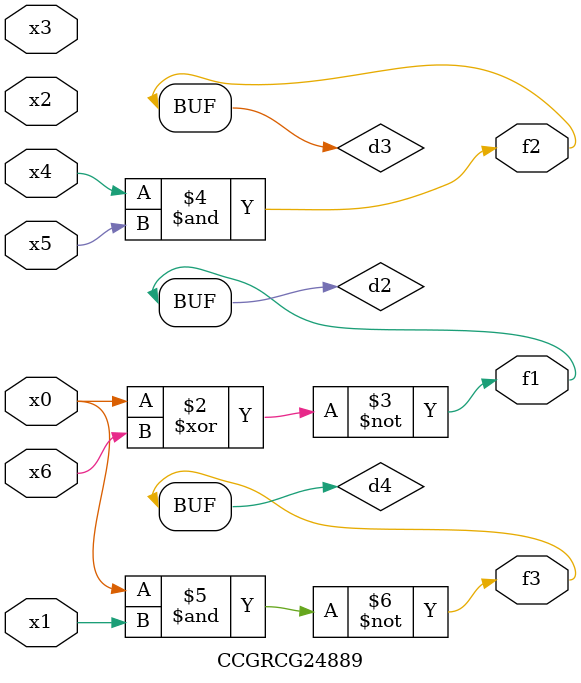
<source format=v>
module CCGRCG24889(
	input x0, x1, x2, x3, x4, x5, x6,
	output f1, f2, f3
);

	wire d1, d2, d3, d4;

	nor (d1, x0);
	xnor (d2, x0, x6);
	and (d3, x4, x5);
	nand (d4, x0, x1);
	assign f1 = d2;
	assign f2 = d3;
	assign f3 = d4;
endmodule

</source>
